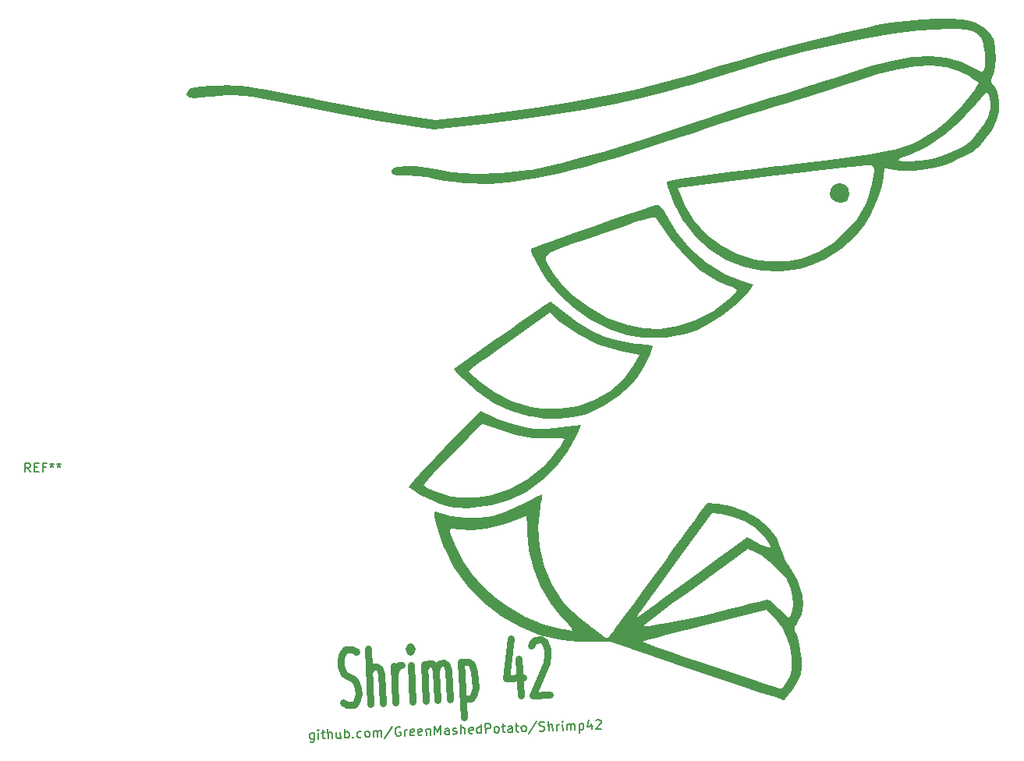
<source format=gto>
%TF.GenerationSoftware,KiCad,Pcbnew,(6.0.0-0)*%
%TF.CreationDate,2022-02-08T20:13:19+07:00*%
%TF.ProjectId,PCB Bottom,50434220-426f-4747-946f-6d2e6b696361,rev?*%
%TF.SameCoordinates,Original*%
%TF.FileFunction,Legend,Top*%
%TF.FilePolarity,Positive*%
%FSLAX46Y46*%
G04 Gerber Fmt 4.6, Leading zero omitted, Abs format (unit mm)*
G04 Created by KiCad (PCBNEW (6.0.0-0)) date 2022-02-08 20:13:19*
%MOMM*%
%LPD*%
G01*
G04 APERTURE LIST*
%ADD10C,0.150000*%
%ADD11C,0.750000*%
G04 APERTURE END LIST*
D10*
X68061562Y-93683829D02*
X68089814Y-94492860D01*
X68045548Y-94589702D01*
X67999620Y-94638953D01*
X67906102Y-94689867D01*
X67763332Y-94694853D01*
X67666490Y-94650587D01*
X68083167Y-94302499D02*
X67989649Y-94353413D01*
X67799288Y-94360061D01*
X67702446Y-94315794D01*
X67653195Y-94269866D01*
X67602281Y-94176348D01*
X67592309Y-93890808D01*
X67636576Y-93793966D01*
X67682504Y-93744714D01*
X67776022Y-93693800D01*
X67966382Y-93687153D01*
X68063224Y-93731419D01*
X68560729Y-94333471D02*
X68537463Y-93667210D01*
X68525830Y-93334080D02*
X68479901Y-93383332D01*
X68529153Y-93429260D01*
X68575081Y-93380008D01*
X68525830Y-93334080D01*
X68529153Y-93429260D01*
X68870593Y-93655577D02*
X69251313Y-93642282D01*
X69001730Y-93317461D02*
X69031644Y-94174082D01*
X69082558Y-94267600D01*
X69179400Y-94311866D01*
X69274580Y-94308542D01*
X69607710Y-94296909D02*
X69572810Y-93297518D01*
X70036020Y-94281952D02*
X70017740Y-93758462D01*
X69966826Y-93664944D01*
X69869984Y-93620677D01*
X69727214Y-93625663D01*
X69633696Y-93676577D01*
X69587767Y-93725829D01*
X70916965Y-93584116D02*
X70940231Y-94250377D01*
X70488654Y-93599073D02*
X70506935Y-94122563D01*
X70557849Y-94216082D01*
X70654691Y-94260348D01*
X70797461Y-94255362D01*
X70890979Y-94204448D01*
X70936907Y-94155197D01*
X71416131Y-94233758D02*
X71381232Y-93234367D01*
X71394527Y-93615087D02*
X71488045Y-93564173D01*
X71678405Y-93557526D01*
X71775247Y-93601792D01*
X71824499Y-93647720D01*
X71875413Y-93741239D01*
X71885384Y-94026779D01*
X71841118Y-94123621D01*
X71795190Y-94172873D01*
X71701672Y-94223786D01*
X71511312Y-94230434D01*
X71414470Y-94186168D01*
X72317018Y-94107002D02*
X72366270Y-94152930D01*
X72320342Y-94202182D01*
X72271090Y-94156254D01*
X72317018Y-94107002D01*
X72320342Y-94202182D01*
X73222891Y-94123016D02*
X73129373Y-94173930D01*
X72939013Y-94180578D01*
X72842171Y-94136311D01*
X72792919Y-94090383D01*
X72742005Y-93996865D01*
X72732034Y-93711325D01*
X72776300Y-93614483D01*
X72822228Y-93565231D01*
X72915746Y-93514317D01*
X73106107Y-93507670D01*
X73202948Y-93551936D01*
X73795633Y-94150664D02*
X73698791Y-94106397D01*
X73649540Y-94060469D01*
X73598626Y-93966951D01*
X73588654Y-93681411D01*
X73632921Y-93584569D01*
X73678849Y-93535317D01*
X73772367Y-93484403D01*
X73915137Y-93479418D01*
X74011979Y-93523684D01*
X74061231Y-93569612D01*
X74112145Y-93663130D01*
X74122116Y-93948670D01*
X74077850Y-94045512D01*
X74031922Y-94094764D01*
X73938404Y-94145678D01*
X73795633Y-94150664D01*
X74557074Y-94124074D02*
X74533808Y-93457813D01*
X74537131Y-93552993D02*
X74583060Y-93503741D01*
X74676578Y-93452827D01*
X74819348Y-93447842D01*
X74916190Y-93492108D01*
X74967104Y-93585626D01*
X74985384Y-94109117D01*
X74967104Y-93585626D02*
X75011370Y-93488784D01*
X75104888Y-93437871D01*
X75247658Y-93432885D01*
X75344500Y-93477151D01*
X75395414Y-93570669D01*
X75413695Y-94094160D01*
X76566884Y-93005632D02*
X75755134Y-94320477D01*
X77426829Y-93070898D02*
X77329987Y-93026632D01*
X77187217Y-93031617D01*
X77046108Y-93084193D01*
X76954252Y-93182697D01*
X76909986Y-93279539D01*
X76869043Y-93471561D01*
X76874029Y-93614331D01*
X76928267Y-93803029D01*
X76979180Y-93896548D01*
X77077684Y-93988404D01*
X77222116Y-94031008D01*
X77317296Y-94027685D01*
X77458405Y-93975109D01*
X77504333Y-93925857D01*
X77492700Y-93592727D01*
X77302339Y-93599374D01*
X77935967Y-94006080D02*
X77912700Y-93339820D01*
X77919348Y-93530180D02*
X77963614Y-93433338D01*
X78009542Y-93384086D01*
X78103061Y-93333172D01*
X78198241Y-93329848D01*
X78933696Y-93923591D02*
X78840178Y-93974504D01*
X78649817Y-93981152D01*
X78552975Y-93936886D01*
X78502062Y-93843367D01*
X78488767Y-93462647D01*
X78533033Y-93365805D01*
X78626551Y-93314891D01*
X78816911Y-93308244D01*
X78913753Y-93352510D01*
X78964667Y-93446028D01*
X78967991Y-93541208D01*
X78495414Y-93653007D01*
X79790316Y-93893677D02*
X79696798Y-93944591D01*
X79506438Y-93951238D01*
X79409596Y-93906972D01*
X79358682Y-93813454D01*
X79345387Y-93432733D01*
X79389654Y-93335891D01*
X79483172Y-93284977D01*
X79673532Y-93278330D01*
X79770374Y-93322596D01*
X79821288Y-93416114D01*
X79824611Y-93511295D01*
X79352035Y-93623093D01*
X80244612Y-93258387D02*
X80267879Y-93924648D01*
X80247936Y-93353567D02*
X80293864Y-93304316D01*
X80387383Y-93253402D01*
X80530153Y-93248416D01*
X80626995Y-93292682D01*
X80677908Y-93386201D01*
X80696189Y-93909691D01*
X81172089Y-93893072D02*
X81137190Y-92893681D01*
X81495248Y-93595899D01*
X81803451Y-92870415D01*
X81838350Y-93869806D01*
X82742561Y-93838230D02*
X82724280Y-93314740D01*
X82673366Y-93221222D01*
X82576524Y-93176955D01*
X82386164Y-93183603D01*
X82292646Y-93234517D01*
X82740899Y-93790640D02*
X82647381Y-93841554D01*
X82409431Y-93849863D01*
X82312589Y-93805597D01*
X82261675Y-93712079D01*
X82258351Y-93616899D01*
X82302617Y-93520057D01*
X82396135Y-93469143D01*
X82634086Y-93460834D01*
X82727604Y-93409920D01*
X83169209Y-93775683D02*
X83266051Y-93819949D01*
X83456411Y-93813302D01*
X83549930Y-93762388D01*
X83594196Y-93665546D01*
X83592534Y-93617956D01*
X83541620Y-93524438D01*
X83444778Y-93480172D01*
X83302008Y-93485157D01*
X83205166Y-93440891D01*
X83154252Y-93347373D01*
X83152590Y-93299783D01*
X83196857Y-93202941D01*
X83290375Y-93152027D01*
X83433145Y-93147041D01*
X83529987Y-93191308D01*
X84027492Y-93793359D02*
X83992592Y-92793969D01*
X84455802Y-93778402D02*
X84437522Y-93254912D01*
X84386608Y-93161394D01*
X84289766Y-93117128D01*
X84146996Y-93122113D01*
X84053477Y-93173027D01*
X84007549Y-93222279D01*
X85310761Y-93700899D02*
X85217243Y-93751812D01*
X85026883Y-93758460D01*
X84930041Y-93714194D01*
X84879127Y-93620675D01*
X84865832Y-93239955D01*
X84910098Y-93143113D01*
X85003616Y-93092199D01*
X85193977Y-93085552D01*
X85290818Y-93129818D01*
X85341732Y-93223336D01*
X85345056Y-93318516D01*
X84872479Y-93430315D01*
X86216634Y-93716913D02*
X86181734Y-92717522D01*
X86214972Y-93669323D02*
X86121454Y-93720237D01*
X85931093Y-93726884D01*
X85834251Y-93682618D01*
X85785000Y-93636690D01*
X85734086Y-93543171D01*
X85724114Y-93257631D01*
X85768381Y-93160789D01*
X85814309Y-93111537D01*
X85907827Y-93060624D01*
X86098187Y-93053976D01*
X86195029Y-93098242D01*
X86692534Y-93700294D02*
X86657635Y-92700903D01*
X87038355Y-92687608D01*
X87135197Y-92731874D01*
X87184449Y-92777803D01*
X87235363Y-92871321D01*
X87240348Y-93014091D01*
X87196082Y-93110933D01*
X87150154Y-93160185D01*
X87056636Y-93211099D01*
X86675915Y-93224394D01*
X87834695Y-93660409D02*
X87737853Y-93616143D01*
X87688601Y-93570214D01*
X87637687Y-93476696D01*
X87627716Y-93191156D01*
X87671982Y-93094314D01*
X87717910Y-93045062D01*
X87811429Y-92994148D01*
X87954199Y-92989163D01*
X88051041Y-93033429D01*
X88100293Y-93079357D01*
X88151206Y-93172875D01*
X88161178Y-93458416D01*
X88116911Y-93555258D01*
X88070983Y-93604509D01*
X87977465Y-93655423D01*
X87834695Y-93660409D01*
X88430099Y-92972544D02*
X88810820Y-92959249D01*
X88561236Y-92634428D02*
X88591150Y-93491049D01*
X88642064Y-93584567D01*
X88738906Y-93628833D01*
X88834086Y-93625509D01*
X89595526Y-93598919D02*
X89577246Y-93075429D01*
X89526332Y-92981911D01*
X89429490Y-92937644D01*
X89239130Y-92944292D01*
X89145612Y-92995206D01*
X89593865Y-93551329D02*
X89500346Y-93602243D01*
X89262396Y-93610552D01*
X89165554Y-93566286D01*
X89114640Y-93472768D01*
X89111317Y-93377588D01*
X89155583Y-93280746D01*
X89249101Y-93229832D01*
X89487051Y-93221523D01*
X89580570Y-93170609D01*
X89905390Y-92921026D02*
X90286111Y-92907731D01*
X90036527Y-92582910D02*
X90066441Y-93439530D01*
X90117355Y-93533049D01*
X90214197Y-93577315D01*
X90309377Y-93573991D01*
X90785277Y-93557372D02*
X90688435Y-93513106D01*
X90639184Y-93467178D01*
X90588270Y-93373660D01*
X90578298Y-93088119D01*
X90622565Y-92991277D01*
X90668493Y-92942026D01*
X90762011Y-92891112D01*
X90904781Y-92886126D01*
X91001623Y-92930392D01*
X91050875Y-92976321D01*
X91101789Y-93069839D01*
X91111760Y-93355379D01*
X91067494Y-93452221D01*
X91021566Y-93501473D01*
X90928048Y-93552387D01*
X90785277Y-93557372D01*
X92224007Y-92458873D02*
X91412257Y-93773718D01*
X92544447Y-93448293D02*
X92688879Y-93490897D01*
X92926829Y-93482588D01*
X93020347Y-93431674D01*
X93066276Y-93382422D01*
X93110542Y-93285580D01*
X93107218Y-93190400D01*
X93056304Y-93096882D01*
X93007052Y-93050954D01*
X92910210Y-93006687D01*
X92718188Y-92965745D01*
X92621346Y-92921478D01*
X92572094Y-92875550D01*
X92521181Y-92782032D01*
X92517857Y-92686852D01*
X92562123Y-92590010D01*
X92608051Y-92540758D01*
X92701570Y-92489844D01*
X92939520Y-92481535D01*
X93083952Y-92524139D01*
X93545500Y-93460983D02*
X93510600Y-92461592D01*
X93973810Y-93446026D02*
X93955529Y-92922536D01*
X93904616Y-92829018D01*
X93807774Y-92784751D01*
X93665004Y-92789737D01*
X93571485Y-92840651D01*
X93525557Y-92889903D01*
X94449710Y-93429407D02*
X94426444Y-92763147D01*
X94433092Y-92953507D02*
X94477358Y-92856665D01*
X94523286Y-92807413D01*
X94616804Y-92756499D01*
X94711984Y-92753176D01*
X95068381Y-93407803D02*
X95045115Y-92741542D01*
X95033481Y-92408412D02*
X94987553Y-92457664D01*
X95036805Y-92503592D01*
X95082733Y-92454340D01*
X95033481Y-92408412D01*
X95036805Y-92503592D01*
X95544281Y-93391184D02*
X95521015Y-92724924D01*
X95524339Y-92820104D02*
X95570267Y-92770852D01*
X95663785Y-92719938D01*
X95806555Y-92714952D01*
X95903397Y-92759219D01*
X95954311Y-92852737D01*
X95972592Y-93376227D01*
X95954311Y-92852737D02*
X95998577Y-92755895D01*
X96092096Y-92704981D01*
X96234866Y-92699995D01*
X96331708Y-92744262D01*
X96382621Y-92837780D01*
X96400902Y-93361270D01*
X96853536Y-92678391D02*
X96888436Y-93677782D01*
X96855198Y-92725981D02*
X96948716Y-92675067D01*
X97139076Y-92668420D01*
X97235918Y-92712686D01*
X97285170Y-92758614D01*
X97336084Y-92852132D01*
X97346055Y-93137673D01*
X97301789Y-93234515D01*
X97255861Y-93283766D01*
X97162343Y-93334680D01*
X96971983Y-93341328D01*
X96875141Y-93297062D01*
X98186057Y-92631858D02*
X98209324Y-93298119D01*
X97934812Y-92259447D02*
X97721790Y-92981607D01*
X98340461Y-92960003D01*
X98653648Y-92377289D02*
X98699576Y-92328037D01*
X98793095Y-92277124D01*
X99031045Y-92268814D01*
X99127887Y-92313080D01*
X99177139Y-92359009D01*
X99228052Y-92452527D01*
X99231376Y-92547707D01*
X99188772Y-92692139D01*
X98637634Y-93283162D01*
X99256304Y-93261558D01*
D11*
X71224184Y-90388153D02*
X71667121Y-90651046D01*
X72380428Y-90613663D01*
X72650798Y-90313387D01*
X72778506Y-90020588D01*
X72891261Y-89442466D01*
X72861355Y-88871821D01*
X72688787Y-88308652D01*
X72531173Y-88030806D01*
X72230897Y-87760436D01*
X71645298Y-87505020D01*
X71345022Y-87234650D01*
X71187408Y-86956804D01*
X71014840Y-86393635D01*
X70984934Y-85822989D01*
X71097689Y-85244867D01*
X71225397Y-84952068D01*
X71495767Y-84651792D01*
X72209074Y-84614409D01*
X72652011Y-84877302D01*
X74235026Y-90516468D02*
X73921010Y-84524691D01*
X75518978Y-90449179D02*
X75354494Y-87310629D01*
X75181926Y-86747460D01*
X74881650Y-86477090D01*
X74453666Y-86499520D01*
X74183297Y-86799796D01*
X74055588Y-87092595D01*
X76945592Y-90374413D02*
X76736248Y-86379895D01*
X76796060Y-87521186D02*
X76908816Y-86943064D01*
X77036524Y-86650265D01*
X77306893Y-86349989D01*
X77592216Y-86335036D01*
X78800190Y-90277218D02*
X78590846Y-86282700D01*
X78486174Y-84285441D02*
X78358466Y-84578240D01*
X78516080Y-84856086D01*
X78643788Y-84563287D01*
X78486174Y-84285441D01*
X78516080Y-84856086D01*
X80226803Y-90202452D02*
X80017459Y-86207934D01*
X80047366Y-86778579D02*
X80175074Y-86485780D01*
X80445443Y-86185504D01*
X80873427Y-86163075D01*
X81173703Y-86433444D01*
X81346271Y-86996613D01*
X81510755Y-90135163D01*
X81346271Y-86996613D02*
X81459026Y-86418491D01*
X81729396Y-86118215D01*
X82157380Y-86095786D01*
X82457656Y-86366155D01*
X82630223Y-86929324D01*
X82794708Y-90067874D01*
X84011977Y-85998590D02*
X84325993Y-91990367D01*
X84026931Y-86283913D02*
X84297300Y-85983637D01*
X84867946Y-85953731D01*
X85168221Y-86224100D01*
X85325836Y-86501947D01*
X85498404Y-87065115D01*
X85588122Y-88777052D01*
X85475367Y-89355174D01*
X85347659Y-89647973D01*
X85077289Y-89948249D01*
X84506644Y-89978155D01*
X84206368Y-89707786D01*
X90289077Y-85669621D02*
X90498421Y-89664139D01*
X89456146Y-83424422D02*
X88967136Y-87741646D01*
X90821733Y-87644451D01*
X91640925Y-84168242D02*
X91768634Y-83875443D01*
X92039003Y-83575167D01*
X92752310Y-83537784D01*
X93052586Y-83808154D01*
X93210200Y-84086000D01*
X93382768Y-84649169D01*
X93412674Y-85219814D01*
X93314872Y-86083259D01*
X91782373Y-89596850D01*
X93636971Y-89499655D01*
D10*
%TO.C,*%
%TO.C,REF\u002A\u002A*%
X37274666Y-65366780D02*
X36941333Y-64890590D01*
X36703238Y-65366780D02*
X36703238Y-64366780D01*
X37084190Y-64366780D01*
X37179428Y-64414400D01*
X37227047Y-64462019D01*
X37274666Y-64557257D01*
X37274666Y-64700114D01*
X37227047Y-64795352D01*
X37179428Y-64842971D01*
X37084190Y-64890590D01*
X36703238Y-64890590D01*
X37703238Y-64842971D02*
X38036571Y-64842971D01*
X38179428Y-65366780D02*
X37703238Y-65366780D01*
X37703238Y-64366780D01*
X38179428Y-64366780D01*
X38941333Y-64842971D02*
X38608000Y-64842971D01*
X38608000Y-65366780D02*
X38608000Y-64366780D01*
X39084190Y-64366780D01*
X39608000Y-64366780D02*
X39608000Y-64604876D01*
X39369904Y-64509638D02*
X39608000Y-64604876D01*
X39846095Y-64509638D01*
X39465142Y-64795352D02*
X39608000Y-64604876D01*
X39750857Y-64795352D01*
X40369904Y-64366780D02*
X40369904Y-64604876D01*
X40131809Y-64509638D02*
X40369904Y-64604876D01*
X40608000Y-64509638D01*
X40227047Y-64795352D02*
X40369904Y-64604876D01*
X40512761Y-64795352D01*
%TO.C,*%
%TO.C,G\u002A\u002A\u002A*%
G36*
X125787073Y-34182329D02*
G01*
X126129204Y-34629964D01*
X126222409Y-35187725D01*
X126001960Y-35739732D01*
X125820285Y-35917445D01*
X125296649Y-36113648D01*
X124735889Y-36040054D01*
X124271952Y-35731838D01*
X124038782Y-35224177D01*
X124130740Y-34685694D01*
X124492881Y-34202834D01*
X125008879Y-33961792D01*
X125260736Y-33960695D01*
X125787073Y-34182329D01*
G37*
G36*
X92840152Y-67845164D02*
G01*
X92785929Y-68250905D01*
X92672891Y-68854074D01*
X92613069Y-69165944D01*
X92426881Y-71306531D01*
X92601573Y-73482540D01*
X93119751Y-75618440D01*
X93964025Y-77638705D01*
X95117000Y-79467804D01*
X95198841Y-79568880D01*
X95633923Y-80026121D01*
X96247274Y-80600071D01*
X96971430Y-81235309D01*
X97738923Y-81876414D01*
X98269985Y-82299020D01*
X98482289Y-82467966D01*
X99134062Y-82954542D01*
X99626775Y-83280724D01*
X99892962Y-83391090D01*
X99920337Y-83371542D01*
X100148681Y-83109247D01*
X100575964Y-82568397D01*
X100987303Y-82030508D01*
X103858832Y-82030508D01*
X103985938Y-82065608D01*
X104484448Y-82052943D01*
X105291108Y-81953815D01*
X106355709Y-81777529D01*
X107628040Y-81533389D01*
X109057891Y-81230698D01*
X110595050Y-80878762D01*
X112189308Y-80486883D01*
X113103458Y-80255236D01*
X114362937Y-79939547D01*
X115468237Y-79666561D01*
X116361053Y-79450500D01*
X116983077Y-79305588D01*
X117276003Y-79246047D01*
X117518045Y-79311776D01*
X117991277Y-79641633D01*
X118563653Y-80196204D01*
X119044065Y-80690629D01*
X119434127Y-81041188D01*
X119645016Y-81167345D01*
X119658656Y-81164980D01*
X119862594Y-80934373D01*
X120001014Y-80413573D01*
X120057388Y-79703575D01*
X120015188Y-78905372D01*
X119834750Y-78042397D01*
X119282775Y-76879531D01*
X119045929Y-76552593D01*
X118343540Y-75789970D01*
X117480956Y-75030531D01*
X116587613Y-74382741D01*
X115792946Y-73955067D01*
X115161896Y-73702120D01*
X109466977Y-77832416D01*
X108283015Y-78693967D01*
X107063617Y-79587852D01*
X105989116Y-80382489D01*
X105095448Y-81050975D01*
X104418553Y-81566409D01*
X103994368Y-81901887D01*
X103858832Y-82030508D01*
X100987303Y-82030508D01*
X101176133Y-81783584D01*
X101635063Y-81172795D01*
X103094980Y-81172795D01*
X103146080Y-81140604D01*
X103476001Y-80909056D01*
X104086146Y-80471664D01*
X104948335Y-79848907D01*
X106034390Y-79061264D01*
X107316130Y-78129215D01*
X108765378Y-77073237D01*
X110353955Y-75913811D01*
X112053680Y-74671415D01*
X113836376Y-73366528D01*
X115061408Y-72469209D01*
X116373493Y-73105640D01*
X116484661Y-73158880D01*
X117089795Y-73421663D01*
X117510270Y-73558294D01*
X117660763Y-73539982D01*
X117642305Y-73474623D01*
X117462882Y-73117960D01*
X117161213Y-72634834D01*
X116982698Y-72392338D01*
X116085231Y-71522350D01*
X114920017Y-70779875D01*
X113588586Y-70220776D01*
X112192462Y-69900915D01*
X111287300Y-69783037D01*
X107579637Y-74881893D01*
X107167032Y-75449402D01*
X106256327Y-76702632D01*
X105418043Y-77857026D01*
X104684764Y-78867662D01*
X104089074Y-79689622D01*
X103663556Y-80277982D01*
X103440796Y-80587823D01*
X103361224Y-80701608D01*
X103140865Y-81045418D01*
X103094980Y-81172795D01*
X101635063Y-81172795D01*
X101923135Y-80789400D01*
X102790913Y-79620436D01*
X103753414Y-78311287D01*
X104784584Y-76896542D01*
X105036260Y-76549845D01*
X106082991Y-75108882D01*
X107072690Y-73747913D01*
X107975734Y-72507577D01*
X108762495Y-71428517D01*
X109403345Y-70551374D01*
X109868658Y-69916791D01*
X110128807Y-69565406D01*
X110776466Y-68704868D01*
X111870647Y-68821057D01*
X113280226Y-69065083D01*
X114905308Y-69612275D01*
X116317792Y-70397542D01*
X117475023Y-71390023D01*
X118334342Y-72558853D01*
X118672553Y-73415749D01*
X118853092Y-73873165D01*
X118944497Y-74186710D01*
X119260304Y-74940451D01*
X119631067Y-75541328D01*
X119951680Y-75967988D01*
X120627933Y-77181065D01*
X121036397Y-78445127D01*
X121070975Y-78775738D01*
X121166054Y-79684808D01*
X121005879Y-80824748D01*
X120544854Y-81789582D01*
X120527897Y-81813141D01*
X120286221Y-82216717D01*
X120270500Y-82562026D01*
X120468518Y-83050965D01*
X120683196Y-83665316D01*
X120872307Y-84602337D01*
X120950009Y-85337594D01*
X120980731Y-85628303D01*
X120992947Y-86587158D01*
X120893433Y-87322850D01*
X120748138Y-87707571D01*
X120395333Y-88394662D01*
X119961017Y-89075704D01*
X119609035Y-89542772D01*
X119268932Y-89942166D01*
X119075866Y-90103315D01*
X119067975Y-90102682D01*
X118803635Y-90027673D01*
X118202671Y-89837460D01*
X117302052Y-89544292D01*
X116138744Y-89160418D01*
X114749715Y-88698087D01*
X113171930Y-88169548D01*
X111442358Y-87587050D01*
X109597964Y-86962841D01*
X100281909Y-83802495D01*
X98267720Y-83809262D01*
X97820446Y-83807096D01*
X96789909Y-83779170D01*
X96741990Y-83776484D01*
X103691985Y-83776484D01*
X103701135Y-83785574D01*
X103962672Y-83895378D01*
X104553023Y-84113604D01*
X105431956Y-84426203D01*
X106559238Y-84819118D01*
X107894638Y-85278300D01*
X109397923Y-85789692D01*
X111028862Y-86339245D01*
X111421279Y-86470839D01*
X113042555Y-87013953D01*
X114538707Y-87514253D01*
X115867394Y-87957640D01*
X116986274Y-88330021D01*
X117853005Y-88617297D01*
X118425249Y-88805371D01*
X118660663Y-88880148D01*
X118784170Y-88861785D01*
X119089487Y-88591625D01*
X119421309Y-88097674D01*
X119715423Y-87484194D01*
X119907615Y-86855447D01*
X119954387Y-86505060D01*
X119923772Y-85463600D01*
X119709473Y-84305126D01*
X119345270Y-83179311D01*
X118864944Y-82235825D01*
X118576755Y-81821569D01*
X118099692Y-81211901D01*
X117697846Y-80780406D01*
X117183275Y-80318317D01*
X110469166Y-82007037D01*
X109159442Y-82337702D01*
X107687883Y-82712417D01*
X106380818Y-83048735D01*
X105282972Y-83334976D01*
X104439069Y-83559466D01*
X103893832Y-83710528D01*
X103691985Y-83776484D01*
X96741990Y-83776484D01*
X95838058Y-83725816D01*
X95125489Y-83654920D01*
X95017850Y-83639139D01*
X92669527Y-83091760D01*
X90416544Y-82189797D01*
X88305663Y-80969564D01*
X86383646Y-79467373D01*
X84697256Y-77719536D01*
X83293255Y-75762365D01*
X82218405Y-73632172D01*
X82188506Y-73558075D01*
X81836486Y-72619318D01*
X81552687Y-71754731D01*
X82804288Y-71754731D01*
X82936467Y-72203587D01*
X83253618Y-72954825D01*
X83428605Y-73349940D01*
X84282012Y-75025684D01*
X85233786Y-76446860D01*
X86374017Y-77733561D01*
X87792791Y-79005880D01*
X89005123Y-79918066D01*
X90975115Y-81083236D01*
X92995487Y-81916698D01*
X95001763Y-82388202D01*
X95153811Y-82410307D01*
X95733727Y-82503805D01*
X96123152Y-82580277D01*
X96160048Y-82558087D01*
X96030334Y-82329933D01*
X95686374Y-81908697D01*
X95172567Y-81351762D01*
X95046469Y-81218939D01*
X93761237Y-79603817D01*
X92695681Y-77775819D01*
X91887799Y-75825127D01*
X91375590Y-73841926D01*
X91197052Y-71916399D01*
X91196385Y-71643829D01*
X91185872Y-70922179D01*
X91165209Y-70405622D01*
X91137745Y-70191606D01*
X91099711Y-70190844D01*
X90780248Y-70279400D01*
X90213083Y-70474754D01*
X89487533Y-70746855D01*
X88475206Y-71089820D01*
X86837134Y-71466525D01*
X85239570Y-71635819D01*
X83819365Y-71577642D01*
X83784464Y-71572794D01*
X83201597Y-71504302D01*
X82883768Y-71543292D01*
X82804288Y-71754731D01*
X81552687Y-71754731D01*
X81535040Y-71700970D01*
X81302293Y-70873798D01*
X81156376Y-70208568D01*
X81115416Y-69776048D01*
X81197542Y-69647006D01*
X82949264Y-70115927D01*
X84551157Y-70362617D01*
X86023671Y-70363642D01*
X87461939Y-70118767D01*
X88961098Y-69627758D01*
X89092686Y-69575390D01*
X90025520Y-69177176D01*
X90945718Y-68745952D01*
X91671541Y-68366301D01*
X92188995Y-68073579D01*
X92632514Y-67831435D01*
X92831171Y-67735008D01*
X92840152Y-67845164D01*
G37*
G36*
X105536634Y-36380946D02*
G01*
X105771146Y-36598212D01*
X106074362Y-37050611D01*
X106501890Y-37799204D01*
X107408244Y-39253322D01*
X108937441Y-41111099D01*
X110704878Y-42656689D01*
X112694720Y-43876955D01*
X114891131Y-44758761D01*
X115786556Y-45035144D01*
X115513695Y-45404254D01*
X115219067Y-45802809D01*
X114818693Y-46292108D01*
X113770821Y-47310858D01*
X112499677Y-48302711D01*
X111117335Y-49192014D01*
X109735870Y-49903117D01*
X108467352Y-50360365D01*
X107655700Y-50537108D01*
X106300601Y-50725090D01*
X104946983Y-50806056D01*
X103781606Y-50763921D01*
X102152603Y-50471892D01*
X100094727Y-49792635D01*
X98107145Y-48810236D01*
X96267997Y-47571514D01*
X94655420Y-46123284D01*
X93347555Y-44512362D01*
X92990343Y-43951907D01*
X92566386Y-43225126D01*
X92170968Y-42493049D01*
X91978096Y-42103475D01*
X93219373Y-42103475D01*
X93247210Y-42399505D01*
X93412702Y-42749225D01*
X93685591Y-43177486D01*
X94035619Y-43709138D01*
X94878321Y-44848577D01*
X96331046Y-46311888D01*
X98033670Y-47581364D01*
X99907908Y-48608896D01*
X101875473Y-49346372D01*
X103858084Y-49745681D01*
X105617249Y-49790475D01*
X107650464Y-49493218D01*
X109618328Y-48843709D01*
X111453366Y-47865085D01*
X113088105Y-46580486D01*
X113547911Y-46131782D01*
X113894558Y-45764802D01*
X114023554Y-45587220D01*
X113895516Y-45495610D01*
X113482346Y-45302563D01*
X112884351Y-45063385D01*
X111779064Y-44569766D01*
X110033018Y-43452927D01*
X108364419Y-41957974D01*
X106784711Y-40095764D01*
X105305344Y-37877149D01*
X105260444Y-37806989D01*
X105172784Y-37724259D01*
X105029331Y-37685571D01*
X104789834Y-37701840D01*
X104414038Y-37783983D01*
X103861691Y-37942913D01*
X103092541Y-38189548D01*
X102066337Y-38534804D01*
X100742823Y-38989594D01*
X99081749Y-39564834D01*
X97637508Y-40063207D01*
X96204014Y-40558940D01*
X95089718Y-40959264D01*
X94264363Y-41289030D01*
X93697692Y-41573087D01*
X93359448Y-41836285D01*
X93219373Y-42103475D01*
X91978096Y-42103475D01*
X91848876Y-41842469D01*
X91644890Y-41360173D01*
X91603796Y-41132952D01*
X91604642Y-41132085D01*
X91814910Y-41043217D01*
X92349630Y-40842763D01*
X93156930Y-40548933D01*
X94184941Y-40179938D01*
X95381797Y-39753987D01*
X96695627Y-39289291D01*
X98074562Y-38804059D01*
X99466734Y-38316501D01*
X100820272Y-37844827D01*
X102083310Y-37407248D01*
X103203977Y-37021973D01*
X104130406Y-36707212D01*
X104810725Y-36481176D01*
X105193068Y-36362074D01*
X105315221Y-36337754D01*
X105536634Y-36380946D01*
G37*
G36*
X95848666Y-48469409D02*
G01*
X96671816Y-49080373D01*
X98150491Y-50011214D01*
X99613137Y-50677056D01*
X101183998Y-51129234D01*
X102987316Y-51419086D01*
X103393001Y-51466691D01*
X104127889Y-51558090D01*
X104651989Y-51630435D01*
X104871912Y-51671229D01*
X104885919Y-51722334D01*
X104793011Y-52045680D01*
X104599012Y-52500894D01*
X104564241Y-52582480D01*
X104245158Y-53241108D01*
X103881304Y-53929939D01*
X103518227Y-54557347D01*
X103201473Y-55031704D01*
X102529459Y-55822925D01*
X101147638Y-57081370D01*
X99562311Y-58162418D01*
X97896099Y-58974932D01*
X97421797Y-59134412D01*
X96112767Y-59408823D01*
X94626141Y-59542672D01*
X93102575Y-59527370D01*
X91682720Y-59354329D01*
X91428532Y-59303367D01*
X89402201Y-58732115D01*
X87580413Y-57887491D01*
X85887804Y-56727477D01*
X84249010Y-55210061D01*
X83456775Y-54382441D01*
X84882622Y-54382441D01*
X84898293Y-54411924D01*
X85122674Y-54655285D01*
X85556165Y-55068108D01*
X86126087Y-55580377D01*
X87659453Y-56714873D01*
X89566150Y-57677787D01*
X91607903Y-58288682D01*
X92744386Y-58463863D01*
X94777830Y-58502100D01*
X96720849Y-58190510D01*
X98531677Y-57545977D01*
X100168546Y-56585383D01*
X101589690Y-55325611D01*
X102753341Y-53783543D01*
X103447948Y-52642226D01*
X102036632Y-52389197D01*
X101314637Y-52243606D01*
X98942624Y-51516912D01*
X96766115Y-50448700D01*
X94805637Y-49048452D01*
X93681197Y-48096132D01*
X89274046Y-51178933D01*
X89251964Y-51194382D01*
X88089571Y-52012341D01*
X87044437Y-52756803D01*
X86158869Y-53396906D01*
X85475173Y-53901788D01*
X85035655Y-54240587D01*
X84882622Y-54382441D01*
X83456775Y-54382441D01*
X83232834Y-54148498D01*
X87920593Y-50856251D01*
X88092483Y-50735554D01*
X89319520Y-49875255D01*
X90458165Y-49079094D01*
X91460682Y-48380294D01*
X92279330Y-47812076D01*
X92866369Y-47407664D01*
X93174061Y-47200279D01*
X93739771Y-46836554D01*
X95848666Y-48469409D01*
G37*
G36*
X86782699Y-59034127D02*
G01*
X86886779Y-59086575D01*
X87912453Y-59533317D01*
X89126198Y-59971416D01*
X90347929Y-60340535D01*
X91397562Y-60580336D01*
X92117573Y-60661398D01*
X93322985Y-60661051D01*
X94831938Y-60528052D01*
X97043576Y-60265972D01*
X96711677Y-61067379D01*
X96614588Y-61294675D01*
X96431881Y-61629437D01*
X95622530Y-63112351D01*
X94330171Y-64796990D01*
X92804556Y-66282175D01*
X91112725Y-67501488D01*
X89321722Y-68388511D01*
X88530376Y-68648024D01*
X87285463Y-68943295D01*
X85968019Y-69156456D01*
X84725845Y-69264934D01*
X83706744Y-69246151D01*
X83314120Y-69188249D01*
X82491372Y-69009736D01*
X81683711Y-68779091D01*
X81126508Y-68566063D01*
X80390182Y-68227499D01*
X79653691Y-67842585D01*
X79008851Y-67462622D01*
X78547481Y-67138913D01*
X78361395Y-66922760D01*
X78363448Y-66913853D01*
X78506116Y-66727403D01*
X79958754Y-66727403D01*
X80035394Y-66836487D01*
X80405707Y-67078100D01*
X80991811Y-67365543D01*
X81691791Y-67654532D01*
X82403730Y-67900784D01*
X83025710Y-68060015D01*
X83115380Y-68075219D01*
X83872873Y-68143788D01*
X84816130Y-68159734D01*
X85762359Y-68119109D01*
X87446369Y-67862897D01*
X89391657Y-67216321D01*
X91212853Y-66196371D01*
X92928172Y-64794595D01*
X93323836Y-64386286D01*
X93848397Y-63784041D01*
X94369541Y-63135905D01*
X94821237Y-62527693D01*
X95137458Y-62045215D01*
X95252171Y-61774287D01*
X95240021Y-61760114D01*
X94971264Y-61715978D01*
X94422674Y-61698773D01*
X93690665Y-61712326D01*
X91915580Y-61671672D01*
X89967283Y-61341071D01*
X87964704Y-60684059D01*
X87190406Y-60380539D01*
X86692279Y-60216256D01*
X86379194Y-60181710D01*
X86158212Y-60266678D01*
X85936391Y-60460934D01*
X85489530Y-60901921D01*
X84834497Y-61563303D01*
X84078624Y-62337484D01*
X83269468Y-63174613D01*
X82454584Y-64024833D01*
X81681532Y-64838291D01*
X80997865Y-65565132D01*
X80451143Y-66155500D01*
X80088920Y-66559541D01*
X79958754Y-66727403D01*
X78506116Y-66727403D01*
X78529201Y-66697234D01*
X78934784Y-66238337D01*
X79544944Y-65575090D01*
X80324431Y-64745425D01*
X81237991Y-63787266D01*
X82250371Y-62738543D01*
X86158884Y-58713444D01*
X86782699Y-59034127D01*
G37*
G36*
X138455810Y-16219740D02*
G01*
X139414497Y-16381459D01*
X139938160Y-16574042D01*
X140744710Y-17058247D01*
X141420168Y-17673575D01*
X141833896Y-18315590D01*
X141917211Y-18587760D01*
X142041938Y-19431521D01*
X142066034Y-20420183D01*
X141990313Y-21383775D01*
X141815585Y-22152321D01*
X141710694Y-22447783D01*
X141605354Y-22869568D01*
X141663850Y-23150448D01*
X141895847Y-23446301D01*
X141902317Y-23453510D01*
X142230241Y-24075827D01*
X142436449Y-25071639D01*
X142447760Y-25172493D01*
X142450397Y-25196007D01*
X142442182Y-26199538D01*
X142186930Y-27174767D01*
X141654185Y-28202215D01*
X140813491Y-29362405D01*
X140512318Y-29726333D01*
X140055000Y-30201390D01*
X139552802Y-30588136D01*
X138896793Y-30965291D01*
X137978044Y-31411582D01*
X137349636Y-31699129D01*
X136537734Y-32031714D01*
X135814532Y-32250606D01*
X135017591Y-32401263D01*
X133984473Y-32529141D01*
X133034633Y-32613195D01*
X131841505Y-32639926D01*
X130988850Y-32544329D01*
X130702666Y-32478176D01*
X130236193Y-32375516D01*
X130028796Y-32337914D01*
X130018224Y-32352735D01*
X130000647Y-32457143D01*
X129973777Y-32616755D01*
X129934984Y-33105065D01*
X129912034Y-33344486D01*
X129714571Y-34272297D01*
X129363327Y-35374421D01*
X128905625Y-36527888D01*
X128388784Y-37609728D01*
X127860125Y-38496969D01*
X126874086Y-39719730D01*
X125371710Y-41095729D01*
X123672251Y-42215510D01*
X121871137Y-43007206D01*
X120753057Y-43314627D01*
X118704079Y-43574711D01*
X116653163Y-43473270D01*
X114652527Y-43028712D01*
X112754393Y-42259441D01*
X111010978Y-41183865D01*
X109474499Y-39820389D01*
X108197179Y-38187419D01*
X108053183Y-37952874D01*
X107611901Y-37134821D01*
X107169642Y-36195804D01*
X106776317Y-35252857D01*
X106504884Y-34487968D01*
X107594707Y-34487968D01*
X107801608Y-35117445D01*
X108326807Y-36403714D01*
X109360764Y-38087201D01*
X110689351Y-39564627D01*
X112264095Y-40793118D01*
X114036525Y-41729800D01*
X115958169Y-42331801D01*
X116517598Y-42414707D01*
X117445315Y-42472659D01*
X118480317Y-42476783D01*
X119496298Y-42430414D01*
X120366949Y-42336889D01*
X120965961Y-42199544D01*
X121090843Y-42152485D01*
X121602163Y-41958721D01*
X122217411Y-41724630D01*
X122920398Y-41415259D01*
X124413559Y-40489260D01*
X125799200Y-39276840D01*
X126995691Y-37855590D01*
X127921401Y-36303096D01*
X128119815Y-35844804D01*
X128414966Y-34993467D01*
X128657348Y-34098386D01*
X128823802Y-33263657D01*
X128891165Y-32593370D01*
X128836274Y-32191622D01*
X128833576Y-32186830D01*
X128759537Y-32127631D01*
X128598896Y-32089859D01*
X128320632Y-32076419D01*
X127893724Y-32090218D01*
X127287154Y-32134158D01*
X126469902Y-32211145D01*
X125410946Y-32324084D01*
X124079268Y-32475879D01*
X122443848Y-32669435D01*
X120473665Y-32907658D01*
X118137699Y-33193451D01*
X107594707Y-34487968D01*
X106504884Y-34487968D01*
X106481836Y-34423018D01*
X106336107Y-33823322D01*
X106369075Y-33802364D01*
X106720668Y-33721690D01*
X107440095Y-33599791D01*
X108506538Y-33439549D01*
X109899183Y-33243848D01*
X111597212Y-33015572D01*
X113579810Y-32757602D01*
X115826161Y-32472822D01*
X118315448Y-32164116D01*
X118614769Y-32127359D01*
X121237888Y-31804184D01*
X123501350Y-31521155D01*
X124103398Y-31443465D01*
X131477693Y-31443465D01*
X131477988Y-31568002D01*
X131524877Y-31584567D01*
X132039517Y-31651372D01*
X132807877Y-31645630D01*
X133710479Y-31578889D01*
X134627848Y-31462694D01*
X135440505Y-31308597D01*
X136028974Y-31128142D01*
X136446161Y-30946900D01*
X137245153Y-30600140D01*
X138037719Y-30256494D01*
X138581346Y-29994457D01*
X139125190Y-29627919D01*
X139645881Y-29117497D01*
X140259310Y-28364491D01*
X140806492Y-27602541D01*
X141253103Y-26796656D01*
X141455323Y-26107010D01*
X141475587Y-25916996D01*
X141470333Y-25292506D01*
X141381027Y-24708903D01*
X141232412Y-24285852D01*
X141049230Y-24143018D01*
X141045114Y-24144388D01*
X140858944Y-24317999D01*
X140476611Y-24737081D01*
X139951577Y-25341428D01*
X139337303Y-26070836D01*
X138288007Y-27225711D01*
X136524362Y-28776551D01*
X134628728Y-30022058D01*
X132666286Y-30914900D01*
X132600688Y-30938309D01*
X131855536Y-31231585D01*
X131477693Y-31443465D01*
X124103398Y-31443465D01*
X125439024Y-31271112D01*
X127084779Y-31046894D01*
X128472485Y-30841339D01*
X129636010Y-30647288D01*
X130609222Y-30457579D01*
X131425993Y-30265051D01*
X132120190Y-30062544D01*
X132725683Y-29842898D01*
X133276340Y-29598952D01*
X133806032Y-29323543D01*
X134348626Y-29009512D01*
X134937991Y-28649699D01*
X135553977Y-28222720D01*
X136499520Y-27446010D01*
X137492419Y-26523033D01*
X138438558Y-25547188D01*
X139243820Y-24611883D01*
X139814090Y-23810520D01*
X140272892Y-23044844D01*
X139328366Y-22447000D01*
X139298277Y-22428045D01*
X138034591Y-21786106D01*
X136647459Y-21381691D01*
X135104823Y-21216129D01*
X133374622Y-21290751D01*
X131424797Y-21606884D01*
X129223292Y-22165859D01*
X126738044Y-22969004D01*
X126064232Y-23201097D01*
X124635627Y-23674675D01*
X123053376Y-24180819D01*
X121466488Y-24672198D01*
X120023980Y-25101485D01*
X119277309Y-25322459D01*
X117976860Y-25719965D01*
X116426293Y-26204625D01*
X114700153Y-26752723D01*
X112872985Y-27340545D01*
X111019333Y-27944377D01*
X109213743Y-28540503D01*
X108039715Y-28930205D01*
X105385095Y-29803334D01*
X103051458Y-30556891D01*
X100999306Y-31202003D01*
X99189141Y-31749797D01*
X97581466Y-32211402D01*
X96136782Y-32597945D01*
X94815592Y-32920554D01*
X93578399Y-33190355D01*
X92385704Y-33418477D01*
X91198010Y-33616047D01*
X90299945Y-33752412D01*
X89091059Y-33918147D01*
X88095931Y-34021547D01*
X87203663Y-34070499D01*
X86303357Y-34072890D01*
X85284113Y-34036606D01*
X84394720Y-33977450D01*
X83243918Y-33859852D01*
X82194570Y-33711419D01*
X81395926Y-33550798D01*
X81340107Y-33536739D01*
X80387908Y-33355228D01*
X79280728Y-33223056D01*
X78246868Y-33167976D01*
X77889812Y-33163913D01*
X77178860Y-33137312D01*
X76759914Y-33073497D01*
X76554526Y-32954397D01*
X76484246Y-32761941D01*
X76504579Y-32533860D01*
X76729568Y-32348117D01*
X77261784Y-32206633D01*
X77967742Y-32116070D01*
X78998288Y-32124297D01*
X80251656Y-32274944D01*
X81800963Y-32573927D01*
X83100786Y-32805578D01*
X85656927Y-33009643D01*
X88429527Y-32934877D01*
X91373205Y-32581245D01*
X91698460Y-32525290D01*
X93189616Y-32219406D01*
X94999565Y-31783875D01*
X97085390Y-31231126D01*
X99404172Y-30573586D01*
X101912995Y-29823682D01*
X104568942Y-28993840D01*
X107329097Y-28096488D01*
X110150541Y-27144053D01*
X110261653Y-27105909D01*
X111906610Y-26552619D01*
X113742008Y-25952869D01*
X115626067Y-25351919D01*
X117417007Y-24795034D01*
X118973049Y-24327476D01*
X119000064Y-24319553D01*
X120504200Y-23868986D01*
X122112884Y-23371172D01*
X123703726Y-22865039D01*
X125154336Y-22389517D01*
X126342323Y-21983534D01*
X128375384Y-21314717D01*
X130820282Y-20667409D01*
X133009414Y-20288883D01*
X134965000Y-20178240D01*
X136709260Y-20334582D01*
X138264414Y-20757007D01*
X139652681Y-21444616D01*
X140166299Y-21755278D01*
X140495657Y-21897955D01*
X140684818Y-21853444D01*
X140835104Y-21638345D01*
X140914943Y-21387302D01*
X140952758Y-20700688D01*
X140874633Y-19718713D01*
X140856272Y-19571149D01*
X140745722Y-18828092D01*
X140617801Y-18358354D01*
X140431070Y-18053359D01*
X140144091Y-17804528D01*
X140040988Y-17733247D01*
X139522292Y-17477795D01*
X138852377Y-17308317D01*
X137982798Y-17222035D01*
X136865107Y-17216172D01*
X135450860Y-17287950D01*
X133691608Y-17434592D01*
X131048057Y-17748670D01*
X128068349Y-18237795D01*
X124834821Y-18897113D01*
X121328184Y-19731226D01*
X117529156Y-20744731D01*
X113418447Y-21942228D01*
X108976771Y-23328317D01*
X108610696Y-23444053D01*
X106224259Y-24125526D01*
X103508785Y-24791633D01*
X100524984Y-25430822D01*
X97333566Y-26031541D01*
X93995243Y-26582235D01*
X90570724Y-27071354D01*
X87120717Y-27487344D01*
X81155565Y-28138135D01*
X78694495Y-27787549D01*
X78346547Y-27737603D01*
X76663475Y-27484152D01*
X74975558Y-27208157D01*
X73205925Y-26895667D01*
X71277703Y-26532734D01*
X69114019Y-26105407D01*
X66638001Y-25599738D01*
X65856932Y-25439170D01*
X64097362Y-25088215D01*
X62641282Y-24820278D01*
X61426906Y-24629107D01*
X60392452Y-24508449D01*
X59476134Y-24452050D01*
X58616172Y-24453658D01*
X57750780Y-24507021D01*
X56818174Y-24605883D01*
X56735170Y-24615876D01*
X55743804Y-24720049D01*
X55073364Y-24751359D01*
X54656136Y-24709471D01*
X54424400Y-24594050D01*
X54243822Y-24315003D01*
X54370956Y-23967860D01*
X54491491Y-23829524D01*
X54732547Y-23703959D01*
X55147777Y-23610773D01*
X55812363Y-23534215D01*
X56801490Y-23458528D01*
X57068643Y-23440564D01*
X57859985Y-23394592D01*
X58576830Y-23372198D01*
X59271002Y-23379642D01*
X59994326Y-23423185D01*
X60798630Y-23509091D01*
X61735738Y-23643618D01*
X62857477Y-23833028D01*
X64215670Y-24083582D01*
X65862146Y-24401543D01*
X67848729Y-24793169D01*
X68460228Y-24913593D01*
X70253157Y-25259677D01*
X72063706Y-25599883D01*
X73809971Y-25919364D01*
X75410051Y-26203274D01*
X76782042Y-26436764D01*
X77844039Y-26604991D01*
X81230574Y-27107933D01*
X86700478Y-26526425D01*
X88592687Y-26311390D01*
X92299526Y-25813772D01*
X95988715Y-25222451D01*
X99583883Y-24552167D01*
X103008660Y-23817658D01*
X106186678Y-23033661D01*
X109041565Y-22214916D01*
X109664949Y-22021528D01*
X111907480Y-21338574D01*
X114170314Y-20667706D01*
X116386733Y-20027729D01*
X118490024Y-19437446D01*
X120413466Y-18915662D01*
X122090346Y-18481180D01*
X123453946Y-18152806D01*
X123902400Y-18050741D01*
X125156936Y-17763254D01*
X126384911Y-17479349D01*
X127465105Y-17227135D01*
X128276298Y-17034717D01*
X129105456Y-16852597D01*
X130682348Y-16580305D01*
X132361137Y-16368329D01*
X134059849Y-16221476D01*
X135696514Y-16144555D01*
X137189158Y-16142374D01*
X138455810Y-16219740D01*
G37*
%TD*%
M02*

</source>
